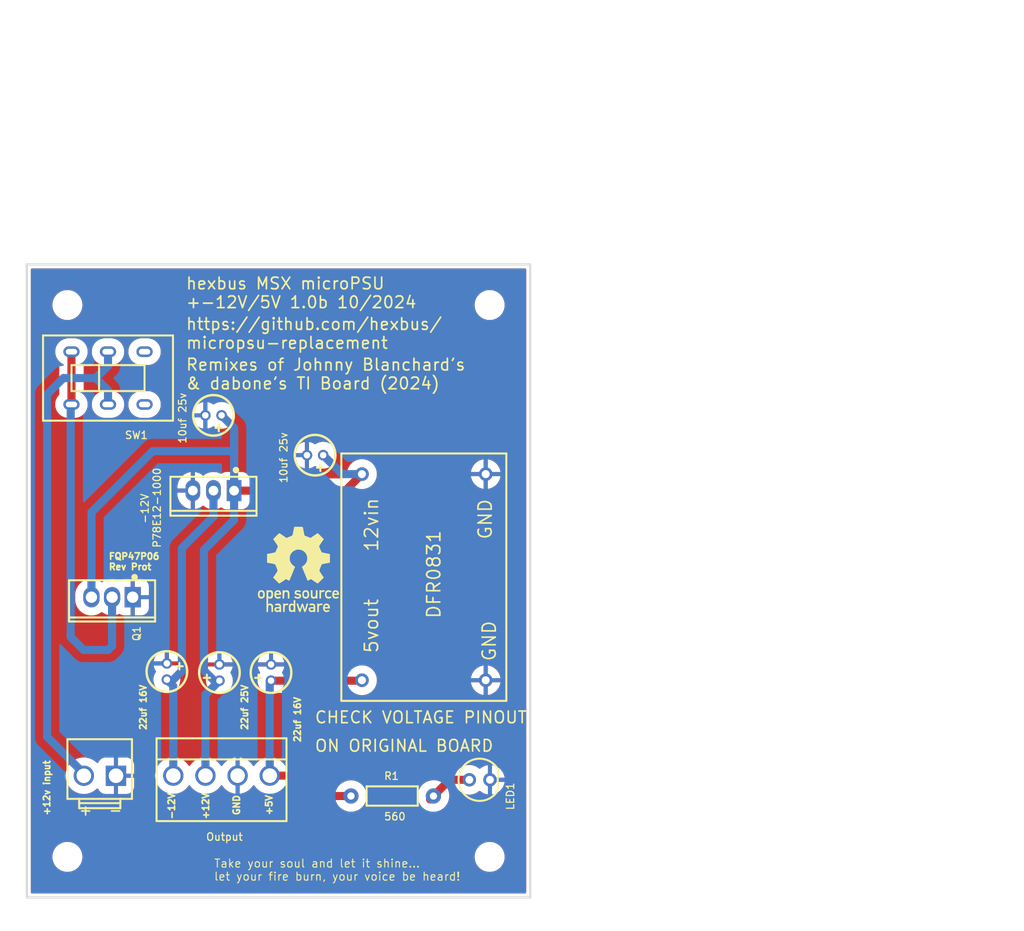
<source format=kicad_pcb>
(kicad_pcb (version 20240108) (generator "pcbnew") (generator_version "8.0")
  (layers (0 "F.Cu" signal "TopLayer") (31 "B.Cu" signal "BottomLayer") (34 "B.Paste" user "BottomPasteMaskLayer") (35 "F.Paste" user "TopPasteMaskLayer") (36 "B.SilkS" user "BottomSilkLayer") (37 "F.SilkS" user "TopSilkLayer") (38 "B.Mask" user "BottomSolderMaskLayer") (39 "F.Mask" user "TopSolderMaskLayer") (44 "Edge.Cuts" user "BoardOutline"))
  (net 0 "")
  (net 1 "+5V")
  (net 2 "+12V")
  (net 3 "GND")
  (net 4 "LED1_1")
  (net 5 "-12V")
  (footprint "CAP-D5.0×F2.0" (layer "F.Cu") (at 113.7247 125.28765 90)
    (property "Reference" "+12OUTPUT" (hide yes))
    (property "Value" "10uf 25v" (hide yes))
  )
  (footprint "CONN-TH-2P-P3.96_B2P-VH-BL-LF-SN" (layer "F.Cu") (at 99 138 180)
    (property "Reference" "U1" (hide yes))
    (property "Value" "B2P-VH-BL(LF)(SN)" (hide yes))
  )
  (footprint "CAP-D5.0×F2.0" (layer "F.Cu") (at 125.5 98.5 180)
    (property "Reference" "+5INPUT" (hide yes))
    (property "Value" "10uf 25v")
  )
  (footprint "" (layer "F.Cu") (at 147 148)
    (property "Reference" "")
    (property "Value" "")
  )
  (footprint "" (layer "F.Cu") (at 95 148)
    (property "Reference" "")
    (property "Value" "")
  )
  (footprint "CAP-D5.0×F2.0" (layer "F.Cu") (at 107.2477 125.16065 -90)
    (property "Reference" "-5OUTPUT" (hide yes))
    (property "Value" "22uf 16v" (hide yes))
  )
  (footprint "MountingHole:MountingHole_3.2mm_M3" (layer "F.Cu") (at 95.5 80)
    (property "Reference" "REF**" (hide yes))
    (property "Value" "MountingHole_3.2mm_M3" (hide yes))
  )
  (footprint "L_AXIAL-0.4" (layer "F.Cu") (at 135 140.5)
    (property "Reference" "R1")
    (property "Value" "560")
  )
  (footprint "TO-220-3_L10.0-W4.5-P2.54-L" (layer "F.Cu") (at 112.9871 102.8649 180)
    (property "Reference" "P78E12-1000")
    (property "Value" "VXO7805-1000" (hide yes))
  )
  (footprint "CAP-D5.0×F2.0" (layer "F.Cu") (at 112.987 93.594 180)
    (property "Reference" "-5INPUT" (hide yes))
    (property "Value" "10uf 25v")
  )
  (footprint "LED-5MM/2.54" (layer "F.Cu") (at 145.77 138.5 90)
    (property "Reference" "LED1")
    (property "Value" "LED-5MM" (hide yes))
  )
  (footprint "DIP-1X4P-3.96MM-SK" (layer "F.Cu") (at 113.98 137.98765)
    (property "Reference" "Output")
    (property "Value" "Header-Male-2.54_1x4" (hide yes))
  )
  (footprint "" (layer "F.Cu") (at 147 80)
    (property "Reference" "")
    (property "Value" "")
  )
  (footprint "SW-TH_G-SWITC_SS-22G88-G090" (layer "F.Cu") (at 100 89 180)
    (property "Reference" "SW1")
    (property "Value" "SS-22G88-G090" (hide yes))
  )
  (footprint "DFR0831FOOT" (layer "F.Cu") (at 138.895 113.533 -90)
    (property "Reference" "U3" (hide yes))
    (property "Value" "dfr0831V2" (hide yes))
  )
  (footprint "TO-220F-3_L10.2-W4.9-P2.54-L" (layer "F.Cu") (at 100.5 116 180)
    (property "Reference" "Q1")
    (property "Value" "FQP47P06" (hide yes))
  )
  (footprint "CAP-D5.0×F2.0" (layer "F.Cu") (at 120.0747 125.28765 90)
    (property "Reference" "+5OUTPUT" (hide yes))
    (property "Value" "22uf 16v" (hide yes))
  )
  (gr_poly (pts (xy 126.97989 116.78508) (xy 127.040269 116.799259) (xy 127.095285 116.821308) (xy 127.142657 116.85115) (xy 127.183301 116.888055) (xy 127.219903 116.931312) (xy 127.252038 116.979969) (xy 127.279282 117.033075) (xy 127.301209 117.089677) (xy 127.317397 117.148825) (xy 127.327421 117.209566) (xy 127.330857 117.27095) (xy 127.330857 117.39145) (xy 127.006657 117.39145) (xy 126.916498 117.391931) (xy 126.843992 117.393557) (xy 126.787403 117.396602) (xy 126.728565 117.404424) (xy 126.682457 117.44265) (xy 126.695407 117.49465) (xy 126.730447 117.541254) (xy 126.781861 117.580365) (xy 126.843932 117.609887) (xy 126.910943 117.627723) (xy 126.977178 117.631776) (xy 127.036922 117.61995) (xy 127.084457 117.59015) (xy 127.107972 117.573004) (xy 127.158746 117.572772) (xy 127.211557 117.59625) (xy 127.246673 117.617608) (xy 127.28188 117.658622) (xy 127.258597 117.712029) (xy 127.207797 117.748315) (xy 127.158257 117.77535) (xy 127.092622 117.804248) (xy 127.027978 117.824092) (xy 126.964773 117.835183) (xy 126.903455 117.83782) (xy 126.84447 117.832304) (xy 126.788267 117.818934) (xy 126.735292 117.798012) (xy 126.685994 117.769837) (xy 126.64082 117.734709) (xy 126.600216 117.692929) (xy 126.564632 117.644796) (xy 126.534514 117.59061) (xy 126.51031 117.530673) (xy 126.492468 117.465284) (xy 126.481434 117.394742) (xy 126.477657 117.31935) (xy 126.480979 117.235363) (xy 126.490011 117.16375) (xy 126.682457 117.16375) (xy 126.711059 117.206451) (xy 126.764276 117.217053) (xy 126.828586 117.22032) (xy 126.885157 117.22085) (xy 126.926228 117.220287) (xy 126.98365 117.217513) (xy 127.047666 117.210806) (xy 127.104957 117.19335) (xy 127.107513 117.186099) (xy 127.100748 117.133634) (xy 127.080557 117.08235) (xy 127.039649 117.030287) (xy 126.98338 116.998628) (xy 126.918165 116.98606) (xy 126.850419 116.991275) (xy 126.786559 117.012961) (xy 126.733002 117.049809) (xy 126.696162 117.100508) (xy 126.682457 117.16375) (xy 126.490011 117.16375) (xy 126.490833 117.157234) (xy 126.507045 117.085381) (xy 126.529444 117.020225) (xy 126.557857 116.962183) (xy 126.592111 116.911678) (xy 126.632035 116.869126) (xy 126.677457 116.83495) (xy 126.730406 116.808616) (xy 126.789407 116.79054) (xy 126.852176 116.780644) (xy 126.916432 116.77885)) (fill solid) (layer "F.SilkS"))
  (gr_poly (pts (xy 119.674698 115.145003) (xy 119.719957 115.17425) (xy 119.735894 115.19255) (xy 119.785957 115.17425) (xy 119.851366 115.151585) (xy 119.904492 115.143239) (xy 119.961627 115.140174) (xy 120.019679 115.142279) (xy 120.075558 115.149442) (xy 120.126171 115.161552) (xy 120.185457 115.18875) (xy 120.225637 115.222673) (xy 120.258972 115.263859) (xy 120.285712 115.313234) (xy 120.306107 115.371725) (xy 120.320408 115.440255) (xy 120.328866 115.519753) (xy 120.331732 115.611142) (xy 120.331146 115.661586) (xy 120.329257 115.71535) (xy 120.325092 115.793461) (xy 120.319939 115.857598) (xy 120.3091 115.932448) (xy 120.2928 115.988321) (xy 120.2691 116.032695) (xy 120.236057 116.07305) (xy 120.194683 116.111638) (xy 120.150883 116.141967) (xy 120.10476 116.164015) (xy 120.056419 116.177762) (xy 120.005964 116.183189) (xy 119.953499 116.180276) (xy 119.899128 116.169003) (xy 119.842957 116.14935) (xy 119.719957 116.09805) (xy 119.719957 116.49405) (xy 119.719997 116.56133) (xy 119.720173 116.620405) (xy 119.721255 116.715707) (xy 119.723854 116.783496) (xy 119.732018 116.841336) (xy 119.782357 116.83365) (xy 119.816842 116.81149) (xy 119.864069 116.79355) (xy 119.918214 116.781534) (xy 119.973457 116.77715) (xy 120.009305 116.778408) (xy 120.071476 116.789943) (xy 120.127806 116.816769) (xy 120.171173 116.84928) (xy 120.219357 116.89425) (xy 120.336557 117.01145) (xy 120.326857 117.41475) (xy 120.317257 117.81805) (xy 120.226457 117.82855) (xy 120.135657 117.83905) (xy 120.124057 117.45885) (xy 120.122164 117.400279) (xy 120.120193 117.347693) (xy 120.115739 117.258976) (xy 120.110154 117.189706) (xy 120.098466 117.115712) (xy 120.08118 117.068629) (xy 120.046257 117.03025) (xy 120.014957 117.011517) (xy 119.96026 116.990428) (xy 119.909657 116.98245) (xy 119.882509 116.983242) (xy 119.817986 116.996362) (xy 119.774742 117.035343) (xy 119.75513 117.081885) (xy 119.741069 117.149203) (xy 119.730999 117.241007) (xy 119.726972 117.297253) (xy 119.723356 117.361012) (xy 119.719957 117.43275) (xy 119.702957 117.81805) (xy 119.609057 117.82885) (xy 119.515157 117.83965) (xy 119.515157 116.48935) (xy 119.515157 115.626282) (xy 119.72109 115.626282) (xy 119.722642 115.703126) (xy 119.729011 115.77615) (xy 119.740082 115.839648) (xy 119.765257 115.90455) (xy 119.777005 115.918174) (xy 119.823914 115.948573) (xy 119.882578 115.963146) (xy 119.945613 115.961748) (xy 120.005634 115.944231) (xy 120.055257 115.91045) (xy 120.067798 115.893911) (xy 120.088316 115.843954) (xy 120.102643 115.776986) (xy 120.11065 115.699607) (xy 120.11221 115.618413) (xy 120.107196 115.540002) (xy 120.095479 115.470973) (xy 120.065057 115.39945) (xy 120.051174 115.385515) (xy 119.995036 115.355706) (xy 119.926004 115.343594) (xy 119.85545 115.348801) (xy 119.794744 115.370946) (xy 119.755257 115.40965) (xy 119.74649 115.429907) (xy 119.732899 115.483966) (xy 119.724471 115.551327) (xy 119.72109 115.626282) (xy 119.515157 115.626282) (xy 119.515157 115.13895) (xy 119.617557 115.13895)) (fill solid) (layer "F.SilkS"))
  (gr_poly (pts (xy 123.112057 115.18645) (xy 123.072198 115.220715) (xy 123.038642 115.260659) (xy 123.011835 115.30493) (xy 122.992219 115.352175) (xy 122.980239 115.401041) (xy 122.977558 115.474424) (xy 122.994557 115.54385) (xy 123.028739 115.606102) (xy 123.076149 115.655181) (xy 123.14031 115.692971) (xy 123.19413 115.712825) (xy 123.258005 115.72906) (xy 123.33298 115.742235) (xy 123.374957 115.74785) (xy 123.445846 115.758105) (xy 123.497919 115.769901) (xy 123.550458 115.796371) (xy 123.571357 115.83635) (xy 123.57062 115.887671) (xy 123.531258 115.945764) (xy 123.484181 115.970859) (xy 123.424174 115.984217) (xy 123.354439 115.985125) (xy 123.278178 115.97287) (xy 123.198594 115.94674) (xy 123.158557 115.92825) (xy 123.100749 115.899578) (xy 123.050983 115.882186) (xy 123.001242 115.901301) (xy 122.972457 115.93145) (xy 122.939889 115.97062) (xy 122.947805 116.025485) (xy 122.991457 116.06325) (xy 123.070205 116.114569) (xy 123.159666 116.151853) (xy 123.255779 116.175022) (xy 123.354482 116.184) (xy 123.451712 116.178708) (xy 123.54341 116.159071) (xy 123.625512 116.125011) (xy 123.693957 116.07645) (xy 123.73676 116.023127) (xy 123.766424 115.957161) (xy 123.778507 115.908375) (xy 123.784158 115.857291) (xy 123.783141 115.80524) (xy 123.775219 115.75355) (xy 123.760157 115.70355) (xy 123.729339 115.658749) (xy 123.676124 115.618396) (xy 123.631019 115.595212) (xy 123.580181 115.575877) (xy 123.525299 115.561139) (xy 123.468061 115.551747) (xy 123.410157 115.54845) (xy 123.350178 115.544328) (xy 123.295657 115.53265) (xy 123.240347 115.508997) (xy 123.216557 115.49075) (xy 123.182342 115.450634) (xy 123.202018 115.399125) (xy 123.234957 115.37125) (xy 123.282758 115.336978) (xy 123.341781 115.314521) (xy 123.408386 115.318011) (xy 123.471826 115.337257) (xy 123.523857 115.35785) (xy 123.57472 115.377848) (xy 123.630844 115.38825) (xy 123.680631 115.359829) (xy 123.699657 115.33975) (xy 123.736108 115.29426) (xy 123.726865 115.241906) (xy 123.702257 115.21575) (xy 123.657726 115.188282) (xy 123.589872 115.166875) (xy 123.50618 115.151899) (xy 123.414132 115.143725) (xy 123.321212 115.142722) (xy 123.234903 115.149262) (xy 123.16269 115.163714)) (fill solid) (layer "F.SilkS"))
  (gr_poly (pts (xy 122.882457 107.57065) (xy 122.871231 107.62593) (xy 122.858616 107.688273) (xy 122.84504 107.755545) (xy 122.830932 107.825612) (xy 122.81672 107.89634) (xy 122.802835 107.965595) (xy 122.789704 108.031243) (xy 122.777757 108.09115) (xy 122.76552 108.148021) (xy 122.752164 108.202023) (xy 122.73807 108.252047) (xy 122.716378 108.317204) (xy 122.695167 108.367182) (xy 122.669857 108.40375) (xy 122.623878 108.429112) (xy 122.562676 108.457881) (xy 122.512021 108.480428) (xy 122.455269 108.504875) (xy 122.39395 108.530544) (xy 122.329595 108.556754) (xy 122.296757 108.56985) (xy 121.977257 108.69625) (xy 121.550657 108.40225) (xy 121.50704 108.372283) (xy 121.464357 108.343158) (xy 121.422841 108.315026) (xy 121.344243 108.262342) (xy 121.273113 108.215435) (xy 121.211316 108.17551) (xy 121.160717 108.143772) (xy 121.109897 108.11415) (xy 121.095457 108.10815) (xy 121.037602 108.1526) (xy 120.993604 108.192201) (xy 120.940112 108.242013) (xy 120.878742 108.300532) (xy 120.81111 108.366254) (xy 120.775451 108.401346) (xy 120.738833 108.437673) (xy 120.701457 108.47505) (xy 120.335957 108.84195) (xy 120.625257 109.26605) (xy 120.654724 109.309463) (xy 120.683366 109.352058) (xy 120.73758 109.433842) (xy 120.78671 109.509501) (xy 120.829569 109.577137) (xy 120.86497 109.634849) (xy 120.891727 109.680739) (xy 120.914557 109.72945) (xy 120.889597 109.809755) (xy 120.851209 109.907908) (xy 120.827645 109.965378) (xy 120.802126 110.026225) (xy 120.775369 110.088787) (xy 120.748093 110.151399) (xy 120.721016 110.212398) (xy 120.694857 110.27012) (xy 120.670333 110.322901) (xy 120.648163 110.369078) (xy 120.613756 110.434966) (xy 120.602957 110.45135) (xy 120.551311 110.473973) (xy 120.500119 110.489236) (xy 120.434894 110.506412) (xy 120.357795 110.524962) (xy 120.270983 110.544345) (xy 120.176617 110.564021) (xy 120.127276 110.5738) (xy 120.076857 110.58345) (xy 119.583457 110.67615) (xy 119.583457 111.21245) (xy 119.583457 111.74875) (xy 120.018657 111.82765) (xy 120.107504 111.844064) (xy 120.193188 111.860396) (xy 120.273631 111.876218) (xy 120.346757 111.8911) (xy 120.410489 111.904612) (xy 120.46275 111.916328) (xy 120.515094 111.929592) (xy 120.524557 111.93265) (xy 120.564889 111.964828) (xy 120.599667 112.014782) (xy 120.625563 112.06136) (xy 120.653975 112.119168) (xy 120.685199 112.188729) (xy 120.719532 112.270565) (xy 120.737957 112.31625) (xy 120.766556 112.389293) (xy 120.793239 112.45969) (xy 120.817422 112.525742) (xy 120.838519 112.58575) (xy 120.855946 112.638013) (xy 120.873925 112.698172) (xy 120.880357 112.73135) (xy 120.858753 112.784943) (xy 120.833433 112.831418) (xy 120.799932 112.888525) (xy 120.75937 112.954396) (xy 120.712872 113.027168) (xy 120.66156 113.104975) (xy 120.606557 113.18595) (xy 120.332657 113.58325) (xy 120.699857 113.95155) (xy 120.737378 113.989056) (xy 120.774097 114.02551) (xy 120.809812 114.060725) (xy 120.877431 114.126678) (xy 120.938629 114.185405) (xy 120.991803 114.235396) (xy 121.035348 114.275138) (xy 121.079102 114.312234) (xy 121.091557 114.31975) (xy 121.151437 114.286848) (xy 121.198297 114.257535) (xy 121.255647 114.220663) (xy 121.321753 114.177344) (xy 121.394883 114.128692) (xy 121.473304 114.07582) (xy 121.513957 114.04815) (xy 121.911757 113.77655) (xy 122.116257 113.87975) (xy 122.177386 113.909846) (xy 122.232225 113.935484) (xy 122.290412 113.9605) (xy 122.331357 113.97215) (xy 122.352915 113.926466) (xy 122.384478 113.852971) (xy 122.405188 113.803864) (xy 122.429081 113.746762) (xy 122.456082 113.68185) (xy 122.486112 113.609311) (xy 122.519097 113.529329) (xy 122.554959 113.442089) (xy 122.593622 113.347775) (xy 122.63501 113.246569) (xy 122.679046 113.138657) (xy 122.725654 113.024223) (xy 122.774757 112.90345) (xy 122.798659 112.844813) (xy 122.824096 112.782806) (xy 122.850284 112.719308) (xy 122.876444 112.6562) (xy 122.901793 112.59536) (xy 122.925549 112.538668) (xy 122.946931 112.488005) (xy 122.965157 112.44525) (xy 123.044657 112.26005) (xy 122.945957 112.18925) (xy 122.876244 112.137151) (xy 122.811304 112.08435) (xy 122.7511 112.030782) (xy 122.695594 111.976382) (xy 122.644747 111.921085) (xy 122.598521 111.864826) (xy 122.556879 111.80754) (xy 122.519782 111.749162) (xy 122.487191 111.689628) (xy 122.45907 111.628872) (xy 122.435379 111.566829) (xy 122.416082 111.503435) (xy 122.401138 111.438626) (xy 122.390512 111.372334) (xy 122.384164 111.304497) (xy 122.382057 111.23505) (xy 122.384564 111.153215) (xy 122.39205 111.073672) (xy 122.404458 110.996512) (xy 122.421732 110.921825) (xy 122.443814 110.849701) (xy 122.47065 110.780233) (xy 122.502183 110.713511) (xy 122.538357 110.649625) (xy 122.579114 110.588666) (xy 122.6244 110.530725) (xy 122.674158 110.475894) (xy 122.728332 110.424262) (xy 122.786864 110.375921) (xy 122.8497 110.330961) (xy 122.916783 110.289474) (xy 122.988057 110.25155) (xy 123.055425 110.21935) (xy 123.114372 110.193757) (xy 123.167849 110.174063) (xy 123.218807 110.159562) (xy 123.270195 110.149547) (xy 123.324966 110.14331) (xy 123.386069 110.140147) (xy 123.456457 110.13935) (xy 123.535725 110.142155) (xy 123.613331 110.150199) (xy 123.689103 110.163376) (xy 123.762871 110.181578) (xy 123.834464 110.204698) (xy 123.903713 110.23263) (xy 123.970446 110.265266) (xy 124.034494 110.3025) (xy 124.095686 110.344224) (xy 124.153852 110.390332) (xy 124.208821 110.440717) (xy 124.260424 110.495271) (xy 124.308489 110.553889) (xy 124.352846 110.616462) (xy 124.393326 110.682885) (xy 124.429757 110.75305) (xy 124.458709 110.815924) (xy 124.481842 110.87206) (xy 124.499761 110.92422) (xy 124.513069 110.975162) (xy 124.522369 111.027646) (xy 124.528264 111.084432) (xy 124.531359 111.14828) (xy 124.532257 111.22195) (xy 124.530286 111.294909) (xy 124.524313 111.365467) (xy 124.514248 111.433779) (xy 124.5 111.5) (xy 124.48148 111.564284) (xy 124.458597 111.626788) (xy 124.431261 111.687666) (xy 124.399382 111.747075) (xy 124.362868 111.805168) (xy 124.321632 111.862102) (xy 124.275581 111.918031) (xy 124.224625 111.973112) (xy 124.168675 112.027499) (xy 124.107641 112.081347) (xy 124.041431 112.134812) (xy 123.969957 112.18805) (xy 123.872857 112.25765) (xy 124.121857 112.85355) (xy 124.147745 112.91559) (xy 124.173952 112.978494) (xy 124.200298 113.041826) (xy 124.226603 113.10515) (xy 124.252687 113.168028) (xy 124.278369 113.230024) (xy 124.303469 113.290702) (xy 124.327807 113.349625) (xy 124.351202 113.406356) (xy 124.373476 113.46046) (xy 124.394446 113.511499) (xy 124.413935 113.559037) (xy 124.447742 113.641864) (xy 124.473457 113.70545) (xy 124.494272 113.757092) (xy 124.514038 113.805692) (xy 124.540713 113.870493) (xy 124.562441 113.922296) (xy 124.583452 113.969729) (xy 124.584857 113.97215) (xy 124.637261 113.955373) (xy 124.699769 113.927513) (xy 124.756821 113.900245) (xy 124.798057 113.87975) (xy 125.002557 113.77655) (xy 125.400357 114.04815) (xy 125.480773 114.102714) (xy 125.556766 114.153615) (xy 125.626605 114.19974) (xy 125.688557 114.239975) (xy 125.74089 114.273206) (xy 125.797566 114.307487) (xy 125.822857 114.31975) (xy 125.878969 114.275188) (xy 125.922471 114.235485) (xy 125.975598 114.185542) (xy 126.036744 114.126864) (xy 126.104303 114.06096) (xy 126.139987 114.025769) (xy 126.176671 113.989336) (xy 126.214157 113.95185) (xy 126.580957 113.58395) (xy 126.307457 113.17925) (xy 126.252555 113.096825) (xy 126.201396 113.017757) (xy 126.155095 112.943933) (xy 126.114769 112.877237) (xy 126.081536 112.819555) (xy 126.056511 112.772773) (xy 126.035557 112.71945) (xy 126.047636 112.669848) (xy 126.069824 112.602466) (xy 126.089739 112.546352) (xy 126.113053 112.483263) (xy 126.139163 112.414894) (xy 126.167468 112.34294) (xy 126.182257 112.30615) (xy 126.327457 111.94775) (xy 126.496357 111.90865) (xy 126.561518 111.894339) (xy 126.617091 111.882761) (xy 126.67997 111.870031) (xy 126.748097 111.856558) (xy 126.819414 111.84275) (xy 126.891862 111.829016) (xy 126.963385 111.815766) (xy 126.998157 111.80945) (xy 127.330857 111.74935) (xy 127.330857 111.21275) (xy 127.330857 110.67615) (xy 126.837457 110.58345) (xy 126.787046 110.5738) (xy 126.737732 110.564021) (xy 126.643469 110.544345) (xy 126.556818 110.524962) (xy 126.479932 110.506412) (xy 126.41496 110.489236) (xy 126.364057 110.473973) (xy 126.313057 110.45135) (xy 126.287339 110.406508) (xy 126.246105 110.321631) (xy 126.221494 110.268396) (xy 126.195193 110.210213) (xy 126.167933 110.148768) (xy 126.140444 110.08575) (xy 126.113455 110.022843) (xy 126.087696 109.961736) (xy 126.063898 109.904116) (xy 126.042789 109.851668) (xy 126.011563 109.769041) (xy 125.999857 109.72735) (xy 126.022791 109.67995) (xy 126.049669 109.634664) (xy 126.085232 109.5775) (xy 126.128284 109.510342) (xy 126.177635 109.435075) (xy 126.23209 109.353582) (xy 126.260859 109.311091) (xy 126.290457 109.26775) (xy 126.581157 108.84425) (xy 126.214257 108.47625) (xy 126.176745 108.438745) (xy 126.140022 108.402293) (xy 126.104286 108.367083) (xy 126.036583 108.301144) (xy 125.975247 108.242434) (xy 125.921886 108.192463) (xy 125.878109 108.152738) (xy 125.833934 108.115661) (xy 125.821157 108.10815) (xy 125.756737 108.14374) (xy 125.706265 108.175444) (xy 125.644477 108.215322) (xy 125.57324 108.262167) (xy 125.49442 108.314774) (xy 125.45275 108.342861) (xy 125.409884 108.371937) (xy 125.366057 108.40185) (xy 124.937257 108.69555) (xy 124.572657 108.54675) (xy 124.208057 108.39795) (xy 124.165857 108.22745) (xy 124.150932 108.163016) (xy 124.139362 108.109133) (xy 124.126948 108.048792) (xy 124.114073 107.983952) (xy 124.101124 107.91657) (xy 124.088487 107.848606) (xy 124.076545 107.782017) (xy 124.070957 107.74985) (xy 124.060027 107.686908) (xy 124.049105 107.625837) (xy 124.038481 107.568141) (xy 124.028444 107.515325) (xy 124.015123 107.448541) (xy 124.002117 107.390619) (xy 123.999957 107.38295) (xy 123.961357 107.345396) (xy 123.898507 107.333037) (xy 123.830962 107.328033) (xy 123.737803 107.325054) (xy 123.680252 107.324174) (xy 123.614658 107.32362) (xy 123.540475 107.323332) (xy 123.457157 107.32325) (xy 122.932857 107.32325)) (fill solid) (layer "F.SilkS"))
  (gr_poly (pts (xy 118.953625 115.140925) (xy 119.046001 115.156516) (xy 119.123654 115.188459) (xy 119.187095 115.23743) (xy 119.236831 115.304105) (xy 119.273375 115.38916) (xy 119.286858 115.438792) (xy 119.297234 115.493272) (xy 119.304567 115.552685) (xy 119.30892 115.617116) (xy 119.310357 115.68665) (xy 119.310263 115.727537) (xy 119.309095 115.796188) (xy 119.30569 115.850266) (xy 119.293944 115.911737) (xy 119.270881 115.960161) (xy 119.232732 116.007385) (xy 119.197057 116.04405) (xy 119.143357 116.091714) (xy 119.087388 116.129735) (xy 119.02946 116.158042) (xy 118.969882 116.176562) (xy 118.908963 116.185224) (xy 118.847013 116.183957) (xy 118.784341 116.17269) (xy 118.721257 116.15135) (xy 118.665678 116.124093) (xy 118.617882 116.091698) (xy 118.577397 116.053413) (xy 118.543757 116.008487) (xy 118.516491 115.956169) (xy 118.495132 115.895707) (xy 118.47921 115.826351) (xy 118.468257 115.74735) (xy 118.466416 115.717789) (xy 118.665411 115.717789) (xy 118.671344 115.785212) (xy 118.689033 115.838404) (xy 118.720157 115.88585) (xy 118.735638 115.903022) (xy 118.789663 115.942045) (xy 118.851513 115.96211) (xy 118.916633 115.962936) (xy 118.980466 115.944243) (xy 119.038457 115.90575) (xy 119.06669 115.867484) (xy 119.087627 115.813356) (xy 119.101131 115.748081) (xy 119.107069 115.676375) (xy 119.105305 115.602953) (xy 119.095705 115.532531) (xy 119.078134 115.469825) (xy 119.052457 115.41955) (xy 119.039097 115.403452) (xy 118.984563 115.366279) (xy 118.91617 115.346334) (xy 118.84398 115.344326) (xy 118.778055 115.360962) (xy 118.728457 115.39695) (xy 118.723879 115.403297) (xy 118.701277 115.457086) (xy 118.685345 115.51949) (xy 118.675918 115.572628) (xy 118.669557 115.62765) (xy 118.667667 115.652778) (xy 118.665411 115.717789) (xy 118.466416 115.717789) (xy 118.462341 115.652333) (xy 118.464567 115.563893) (xy 118.474741 115.482644) (xy 118.492669 115.4092) (xy 118.518158 115.344174) (xy 118.551014 115.288181) (xy 118.591045 115.241835) (xy 118.638057 115.20575) (xy 118.693913 115.178425) (xy 118.742591 115.162) (xy 118.794818 115.149625) (xy 118.848554 115.141806) (xy 118.901757 115.13905)) (fill solid) (layer "F.SilkS"))
  (gr_poly (pts (xy 125.150878 116.777303) (xy 125.20597 116.778818) (xy 125.270533 116.785518) (xy 125.334916 116.806676) (xy 125.376961 116.835008) (xy 125.422257 116.87685) (xy 125.45517 116.910613) (xy 125.489582 116.957337) (xy 125.509544 117.017912) (xy 125.516767 117.076302) (xy 125.520483 117.156314) (xy 125.52139 117.206361) (xy 125.521857 117.264134) (xy 125.522031 117.330406) (xy 125.522057 117.40595) (xy 125.522057 117.83515) (xy 125.419657 117.83515) (xy 125.362471 117.829591) (xy 125.317257 117.80275) (xy 125.315346 117.796458) (xy 125.264833 117.792319) (xy 125.212657 117.80695) (xy 125.118141 117.829379) (xy 125.026308 117.831737) (xy 124.940215 117.815739) (xy 124.862919 117.7831) (xy 124.797478 117.735535) (xy 124.746949 117.674762) (xy 124.714389 117.602495) (xy 124.703444 117.524628) (xy 124.892833 117.524628) (xy 124.918694 117.58095) (xy 124.965297 117.610346) (xy 125.03352 117.627036) (xy 125.090257 117.63035) (xy 125.119684 117.629815) (xy 125.17177 117.625427) (xy 125.233756 117.609999) (xy 125.277608 117.583072) (xy 125.310284 117.527567) (xy 125.317257 117.46995) (xy 125.303546 117.413339) (xy 125.250139 117.395094) (xy 125.188096 117.391857) (xy 125.130757 117.39145) (xy 125.05929 117.39304) (xy 125.004862 117.39831) (xy 124.95412 117.412353) (xy 124.911757 117.45205) (xy 124.902629 117.47152) (xy 124.892833 117.524628) (xy 124.703444 117.524628) (xy 124.702857 117.52045) (xy 124.70419 117.481835) (xy 124.715097 117.413372) (xy 124.737535 117.35618) (xy 124.772153 117.309762) (xy 124.819599 117.273619) (xy 124.880522 117.247254) (xy 124.955573 117.230168) (xy 125.045399 117.221864) (xy 125.096057 117.22085) (xy 125.321557 117.22085) (xy 125.310857 117.10985) (xy 125.300157 116.99895) (xy 125.071557 116.99895) (xy 124.976352 116.996409) (xy 124.899625 116.988848) (xy 124.841508 116.976353) (xy 124.781627 116.936913) (xy 124.797758 116.878794) (xy 124.834657 116.84295) (xy 124.883042 116.812165) (xy 124.942669 116.791825) (xy 124.998257 116.782622) (xy 125.065879 116.777983) (xy 125.118857 116.77715)) (fill solid) (layer "F.SilkS"))
  (gr_poly (pts (xy 124.975957 115.55795) (xy 124.976294 115.643071) (xy 124.977464 115.719098) (xy 124.979701 115.786635) (xy 124.983238 115.846284) (xy 124.98831 115.898647) (xy 125.003998 115.983927) (xy 125.028638 116.047297) (xy 125.064107 116.093577) (xy 125.112279 116.127589) (xy 125.175029 116.154153) (xy 125.212457 116.16615) (xy 125.267754 116.180822) (xy 125.327273 116.188037) (xy 125.381146 116.180383) (xy 125.440931 116.157035) (xy 125.458157 116.14865) (xy 125.506883 116.127207) (xy 125.559837 116.114904) (xy 125.584157 116.12725) (xy 125.62957 116.154641) (xy 125.685264 116.162566) (xy 125.695457 116.16275) (xy 125.795057 116.16275) (xy 125.795057 115.65085) (xy 125.795057 115.13895) (xy 125.692657 115.13895) (xy 125.590257 115.13895) (xy 125.590257 115.47645) (xy 125.589676 115.544675) (xy 125.587863 115.606782) (xy 125.584716 115.66301) (xy 125.58013 115.713593) (xy 125.566225 115.798776) (xy 125.545319 115.864225) (xy 125.51658 115.911832) (xy 125.456967 115.953935) (xy 125.405011 115.965227) (xy 125.375057 115.96655) (xy 125.317153 115.963566) (xy 125.25351 115.942349) (xy 125.213182 115.890375) (xy 125.196724 115.832712) (xy 125.186844 115.75249) (xy 125.182026 115.646155) (xy 125.181042 115.582083) (xy 125.180757 115.51015) (xy 125.180757 115.13895) (xy 125.078357 115.13895) (xy 124.975957 115.13895)) (fill solid) (layer "F.SilkS"))
  (gr_poly (pts (xy 120.97179 115.139897) (xy 121.037772 115.149021) (xy 121.09699 115.166391) (xy 121.146057 115.19215) (xy 121.18477 115.224031) (xy 121.219516 115.262292) (xy 121.249926 115.306128) (xy 121.275632 115.354737) (xy 121.296265 115.407316) (xy 121.31146 115.463064) (xy 121.320846 115.521175) (xy 121.324057 115.58085) (xy 121.324057 115.71905) (xy 121.018957 115.71905) (xy 120.986548 115.719225) (xy 120.924782 115.720587) (xy 120.867972 115.723201) (xy 120.817184 115.726949) (xy 120.754626 115.734445) (xy 120.691757 115.75475) (xy 120.690858 115.809992) (xy 120.717254 115.861364) (xy 120.759738 115.912147) (xy 120.811907 115.954142) (xy 120.867357 115.97915) (xy 120.911742 115.984437) (xy 120.962419 115.980575) (xy 121.015814 115.968125) (xy 121.068357 115.94765) (xy 121.103918 115.931141) (xy 121.154781 115.913149) (xy 121.205916 115.925951) (xy 121.243057 115.96275) (xy 121.276663 116.002951) (xy 121.267638 116.057629) (xy 121.221257 116.09485) (xy 121.159136 116.133681) (xy 121.091002 116.161806) (xy 121.018586 116.179196) (xy 120.943619 116.185825) (xy 120.867832 116.181662) (xy 120.792955 116.166681) (xy 120.72072 116.140853) (xy 120.652857 116.10415) (xy 120.619919 116.074923) (xy 120.584807 116.030687) (xy 120.551719 115.977432) (xy 120.524857 115.92115) (xy 120.506969 115.871302) (xy 120.492835 115.820874) (xy 120.4824 115.770148) (xy 120.47561 115.71941) (xy 120.472751 115.619033) (xy 120.483832 115.522012) (xy 120.497264 115.47209) (xy 120.692088 115.47209) (xy 120.698142 115.527096) (xy 120.754688 115.542384) (xy 120.816111 115.547084) (xy 120.897457 115.54845) (xy 120.941904 115.5479) (xy 121.015886 115.543373) (xy 121.090072 115.527372) (xy 121.117838 115.473276) (xy 121.078432 115.422475) (xy 121.029357 115.38025) (xy 120.969937 115.338686) (xy 120.919678 115.317193) (xy 120.858981 115.32014) (xy 120.812241 115.34634) (xy 120.759357 115.39335) (xy 120.736933 115.416383) (xy 120.692088 115.47209) (xy 120.497264 115.47209) (xy 120.508421 115.430621) (xy 120.546091 115.347132) (xy 120.596412 115.273818) (xy 120.658957 115.21295) (xy 120.707958 115.182992) (xy 120.767128 115.160565) (xy 120.833082 115.145812) (xy 120.902432 115.138875)) (fill solid) (layer "F.SilkS"))
  (gr_poly (pts (xy 123.215757 116.83685) (xy 123.234853 116.896423) (xy 123.251739 116.949183) (xy 123.272607 117.014412) (xy 123.296774 117.089977) (xy 123.32356 117.173745) (xy 123.352281 117.26358) (xy 123.382257 117.35735) (xy 123.406722 117.433676) (xy 123.428596 117.50114) (xy 123.448161 117.560303) (xy 123.465702 117.611725) (xy 123.495845 117.693584) (xy 123.521294 117.7512) (xy 123.555634 117.801969) (xy 123.606179 117.826633) (xy 123.621557 117.82885) (xy 123.676676 117.827983) (xy 123.72159 117.804176) (xy 123.725957 117.79475) (xy 123.747319 117.719372) (xy 123.773274 117.630295) (xy 123.801861 117.533973) (xy 123.816528 117.485112) (xy 123.831119 117.436862) (xy 123.859088 117.345418) (xy 123.883808 117.266098) (xy 123.903318 117.205356) (xy 123.915657 117.16965) (xy 123.941957 117.10135) (xy 123.962057 117.16965) (xy 123.997022 117.288688) (xy 124.027696 117.392704) (xy 124.054511 117.482692) (xy 124.077899 117.559648) (xy 124.098293 117.624565) (xy 124.116127 117.67844) (xy 124.145844 117.757037) (xy 124.170513 117.803399) (xy 124.218556 117.831247) (xy 124.248857 117.82865) (xy 124.299473 117.815906) (xy 124.344133 117.766738) (xy 124.378282 117.695037) (xy 124.398397 117.643306) (xy 124.421308 117.579119) (xy 124.447591 117.501075) (xy 124.477822 117.407773) (xy 124.512578 117.297811) (xy 124.552435 117.169787) (xy 124.597969 117.0223) (xy 124.649757 116.85395) (xy 124.657257 116.79902) (xy 124.603576 116.778264) (xy 124.551657 116.77715) (xy 124.492505 116.780034) (xy 124.44332 116.798312) (xy 124.429857 116.83935) (xy 124.421746 116.899931) (xy 124.408948 116.957615) (xy 124.392054 117.021) (xy 124.382557 117.05265) (xy 124.366591 117.104386) (xy 124.348782 117.163297) (xy 124.330388 117.225166) (xy 124.312666 117.285778) (xy 124.296874 117.340915) (xy 124.292257 117.35735) (xy 124.249357 117.51095) (xy 124.131857 117.14405) (xy 124.113427 117.086832) (xy 124.09668 117.035778) (xy 124.067516 116.950793) (xy 124.042922 116.886368) (xy 124.021457 116.839775) (xy 123.991972 116.79735) (xy 123.938057 116.77715) (xy 123.884506 116.796603) (xy 123.845223 116.857115) (xy 123.823003 116.909254) (xy 123.79724 116.979326) (xy 123.766564 117.069842) (xy 123.748957 117.12355) (xy 123.726647 117.191725) (xy 123.70686 117.25077) (xy 123.689263 117.300653) (xy 123.659306 117.372811) (xy 123.622482 117.411575) (xy 123.587407 117.366237) (xy 123.560564 117.288883) (xy 123.545106 117.235976) (xy 123.527848 117.173542) (xy 123.508457 117.10155) (xy 123.492829 117.043277) (xy 123.479066 116.992434) (xy 123.455828 116.91101) (xy 123.43613 116.853229) (xy 123.4075 116.802022) (xy 123.357325 116.778679) (xy 123.299257 116.77715) (xy 123.249324 116.779742) (xy 123.210691 116.813553)) (fill solid) (layer "F.SilkS"))
  (gr_poly (pts (xy 124.414408 115.140925) (xy 124.506764 115.156516) (xy 124.58441 115.188459) (xy 124.647853 115.23743) (xy 124.697599 115.304105) (xy 124.734155 115.38916) (xy 124.747644 115.438792) (xy 124.758026 115.493272) (xy 124.765363 115.552685) (xy 124.769719 115.617116) (xy 124.771157 115.68665) (xy 124.771062 115.727537) (xy 124.769887 115.796188) (xy 124.76647 115.850266) (xy 124.754707 115.911737) (xy 124.731637 115.960161) (xy 124.693503 116.007385) (xy 124.657857 116.04405) (xy 124.604128 116.091714) (xy 124.548146 116.129735) (xy 124.490216 116.158042) (xy 124.430644 116.176562) (xy 124.369736 116.185224) (xy 124.307799 116.183957) (xy 124.245137 116.17269) (xy 124.182057 116.15135) (xy 124.126446 116.124093) (xy 124.078625 116.091698) (xy 124.038127 116.053413) (xy 124.004482 116.008487) (xy 123.977221 115.956169) (xy 123.955875 115.895707) (xy 123.939977 115.826351) (xy 123.929057 115.74735) (xy 123.923141 115.652333) (xy 123.92336 115.64365) (xy 124.122657 115.64365) (xy 124.124831 115.706237) (xy 124.131424 115.761623) (xy 124.149833 115.83169) (xy 124.178784 115.886813) (xy 124.218639 115.927747) (xy 124.269757 115.95525) (xy 124.289662 115.961304) (xy 124.353166 115.966731) (xy 124.417166 115.955135) (xy 124.474993 115.929191) (xy 124.519979 115.891571) (xy 124.545457 115.84495) (xy 124.551812 115.818153) (xy 124.560875 115.760725) (xy 124.565228 115.700193) (xy 124.565056 115.638968) (xy 124.560545 115.579462) (xy 124.55188 115.524087) (xy 124.539245 115.475255) (xy 124.513257 115.41955) (xy 124.498666 115.401071) (xy 124.455299 115.366668) (xy 124.399744 115.348056) (xy 124.344557 115.34365) (xy 124.317708 115.344824) (xy 124.247532 115.362428) (xy 124.192922 115.401136) (xy 124.153896 115.460925) (xy 124.136544 115.512484) (xy 124.126129 115.573394) (xy 124.122657 115.64365) (xy 123.92336 115.64365) (xy 123.925367 115.563893) (xy 123.935541 115.482644) (xy 123.953469 115.4092) (xy 123.978958 115.344174) (xy 124.011814 115.288181) (xy 124.051845 115.241835) (xy 124.098857 115.20575) (xy 124.154699 115.178425) (xy 124.203359 115.162) (xy 124.255574 115.149625) (xy 124.309317 115.141806) (xy 124.362557 115.13905)) (fill solid) (layer "F.SilkS"))
  (gr_poly (pts (xy 120.963666 116.782569) (xy 121.033583 116.790882) (xy 121.096377 116.805264) (xy 121.148457 116.82575) (xy 121.174126 116.84021) (xy 121.21806 116.873436) (xy 121.252904 116.915156) (xy 121.279597 116.968679) (xy 121.29908 117.037311) (xy 121.312293 117.124358) (xy 121.316841 117.175821) (xy 121.320174 117.233129) (xy 121.322409 117.296694) (xy 121.323664 117.366929) (xy 121.324057 117.44425) (xy 121.324057 117.83515) (xy 121.224557 117.83515) (xy 121.21434 117.834947) (xy 121.158326 117.826199) (xy 121.111957 117.79615) (xy 121.07469 117.775548) (xy 121.026057 117.79615) (xy 120.95777 117.822779) (xy 120.883749 117.834551) (xy 120.807429 117.83245) (xy 120.732244 117.817462) (xy 120.66163 117.790572) (xy 120.599021 117.752767) (xy 120.547851 117.705031) (xy 120.511557 117.64835) (xy 120.492106 117.6009) (xy 120.475912 117.537755) (xy 120.475895 117.523449) (xy 120.681019 117.523449) (xy 120.716398 117.574739) (xy 120.772508 117.603345) (xy 120.8228 117.616496) (xy 120.882657 117.62415) (xy 120.911351 117.625505) (xy 120.986282 117.61996) (xy 121.044506 117.599982) (xy 121.086055 117.565551) (xy 121.110961 117.516647) (xy 121.119257 117.45325) (xy 121.101881 117.410844) (xy 121.046689 117.395309) (xy 120.987942 117.391972) (xy 120.935757 117.39145) (xy 120.912799 117.391649) (xy 120.851328 117.394685) (xy 120.800563 117.401471) (xy 120.74864 117.416562) (xy 120.707357 117.44555) (xy 120.695391 117.46192) (xy 120.681019 117.523449) (xy 120.475895 117.523449) (xy 120.475844 117.480575) (xy 120.492514 117.425229) (xy 120.526534 117.367589) (xy 120.559157 117.32585) (xy 120.587563 117.293402) (xy 120.625924 117.258381) (xy 120.683919 117.232129) (xy 120.744866 117.223573) (xy 120.799084 117.22137) (xy 120.867457 117.22085) (xy 120.947308 117.218485) (xy 121.011928 117.211254) (xy 121.0616 117.198949) (xy 121.108699 117.170523) (xy 121.121825 117.112926) (xy 121.095657 117.05405) (xy 121.085621 117.04253) (xy 121.029857 117.013225) (xy 120.977813 116.998833) (xy 120.919957 116.989275) (xy 120.8615 116.985163) (xy 120.784093 116.990551) (xy 120.734657 117.01165) (xy 120.720234 117.02136) (xy 120.665673 117.01738) (xy 120.619757 116.99285) (xy 120.572435 116.957838) (xy 120.546215 116.900502) (xy 120.580142 116.863019) (xy 120.632957 116.83075) (xy 120.684609 116.809268) (xy 120.747099 116.793673) (xy 120.816832 116.784) (xy 120.890219 116.780287)) (fill solid) (layer "F.SilkS"))
  (gr_poly (pts (xy 126.033957 115.65085) (xy 126.033957 116.16275) (xy 126.136357 116.16275) (xy 126.238757 116.16275) (xy 126.238757 115.78855) (xy 126.238833 115.72727) (xy 126.239119 115.672908) (xy 126.240644 115.583059) (xy 126.243988 115.515255) (xy 126.253849 115.446687) (xy 126.279488 115.397443) (xy 126.310957 115.37575) (xy 126.368043 115.356617) (xy 126.425794 115.349295) (xy 126.481157 115.35145) (xy 126.553112 115.346255) (xy 126.621592 115.316766) (xy 126.675443 115.27301) (xy 126.703513 115.225014) (xy 126.681557 115.17175) (xy 126.628654 115.152334) (xy 126.554152 115.142183) (xy 126.498444 115.140525) (xy 126.442075 115.142925) (xy 126.388621 115.149362) (xy 126.321725 115.166533) (xy 126.304757 115.17425) (xy 126.254694 115.19255) (xy 126.238757 115.17425) (xy 126.193498 115.145003) (xy 126.136357 115.13895) (xy 126.033957 115.13895)) (fill solid) (layer "F.SilkS"))
  (gr_poly (pts (xy 123.064657 117.10135) (xy 123.064657 117.83515) (xy 122.978257 117.83515) (xy 122.960534 117.834179) (xy 122.911894 117.821187) (xy 122.873657 117.78765) (xy 122.856333 117.762011) (xy 122.806438 117.766781) (xy 122.753357 117.79115) (xy 122.702302 117.811307) (xy 122.648892 117.822581) (xy 122.594375 117.825202) (xy 122.539994 117.8194) (xy 122.486996 117.805403) (xy 122.436627 117.783443) (xy 122.390132 117.753749) (xy 122.348757 117.71655) (xy 122.315305 117.675938) (xy 122.292925 117.63099) (xy 122.279441 117.570131) (xy 122.27432 117.515005) (xy 122.271542 117.444236) (xy 122.270461 117.354394) (xy 122.270357 117.30125) (xy 122.270387 117.252987) (xy 122.483141 117.252987) (xy 122.485233 117.344397) (xy 122.493276 117.431725) (xy 122.507077 117.506523) (xy 122.538157 117.57675) (xy 122.552222 117.589341) (xy 122.600183 117.616479) (xy 122.653507 117.627771) (xy 122.707974 117.623354) (xy 122.759364 117.603367) (xy 122.803457 117.56795) (xy 122.816979 117.548813) (xy 122.838746 117.493794) (xy 122.853445 117.422135) (xy 122.861037 117.34066) (xy 122.861485 117.256194) (xy 122.854753 117.175563) (xy 122.840801 117.105591) (xy 122.806257 117.03555) (xy 122.76177 117.005827) (xy 122.704841 116.988333) (xy 122.643277 116.983418) (xy 122.584885 116.991435) (xy 122.525457 117.02285) (xy 122.514492 117.038727) (xy 122.497578 117.091705) (xy 122.487192 117.16594) (xy 122.483141 117.252987) (xy 122.270387 117.252987) (xy 122.270393 117.243239) (xy 122.271143 117.147674) (xy 122.273821 117.075303) (xy 122.279658 117.021236) (xy 122.297022 116.96375) (xy 122.328405 116.919926) (xy 122.377957 116.87325) (xy 122.425741 116.836432) (xy 122.476341 116.808396) (xy 122.528773 116.789244) (xy 122.582057 116.779075) (xy 122.635208 116.77799) (xy 122.687247 116.78609) (xy 122.73719 116.803476) (xy 122.784057 116.83025) (xy 122.859857 116.88335) (xy 122.859857 116.62545) (xy 122.859857 116.36755) (xy 122.962257 116.36755) (xy 123.064657 116.36755)) (fill solid) (layer "F.SilkS"))
  (gr_poly (pts (xy 126.916957 115.19635) (xy 126.867002 115.231898) (xy 126.824897 115.272046) (xy 126.790278 115.317628) (xy 126.762782 115.369475) (xy 126.742044 115.428418) (xy 126.727703 115.49529) (xy 126.719395 115.570923) (xy 126.716757 115.65615) (xy 126.719558 115.736363) (xy 126.727899 115.808704) (xy 126.742022 115.87374) (xy 126.762169 115.932037) (xy 126.788584 115.98416) (xy 126.821508 116.030676) (xy 126.861185 116.07215) (xy 126.907857 116.10915) (xy 126.974543 116.145595) (xy 127.049247 116.169528) (xy 127.128662 116.181202) (xy 127.209482 116.180875) (xy 127.288398 116.1688) (xy 127.362103 116.145234) (xy 127.427292 116.110432) (xy 127.480657 116.06465) (xy 127.513401 116.022469) (xy 127.498516 115.97052) (xy 127.470557 115.94375) (xy 127.425983 115.910595) (xy 127.368997 115.907145) (xy 127.326657 115.92615) (xy 127.280373 115.946296) (xy 127.231992 115.958995) (xy 127.15876 115.964441) (xy 127.089214 115.954061) (xy 127.028399 115.928411) (xy 126.981357 115.88805) (xy 126.953219 115.840641) (xy 126.93356 115.781273) (xy 126.922305 115.714197) (xy 126.919382 115.643662) (xy 126.924718 115.57392) (xy 126.938241 115.50922) (xy 126.959878 115.453813) (xy 126.989557 115.41195) (xy 127.040171 115.376107) (xy 127.103632 115.353615) (xy 127.174433 115.344954) (xy 127.247069 115.350609) (xy 127.316035 115.371061) (xy 127.337257 115.38125) (xy 127.391615 115.399446) (xy 127.439182 115.382543) (xy 127.476557 115.34965) (xy 127.545757 115.28055) (xy 127.429757 115.20985) (xy 127.372457 115.181342) (xy 127.308035 115.160364) (xy 127.23908 115.146981) (xy 127.168182 115.141262) (xy 127.09793 115.143272) (xy 127.030916 115.153079) (xy 126.969728 115.170749)) (fill solid) (layer "F.SilkS"))
  (gr_poly (pts (xy 121.562957 117.30845) (xy 121.562957 117.83965) (xy 121.656857 117.82885) (xy 121.750657 117.81805) (xy 121.767757 117.43275) (xy 121.771342 117.357414) (xy 121.775209 117.290657) (xy 121.779601 117.232013) (xy 121.78476 117.181012) (xy 121.798346 117.100073) (xy 121.817907 117.0441) (xy 121.862689 116.998767) (xy 121.931816 116.988567) (xy 121.994657 116.99505) (xy 122.049566 116.998506) (xy 122.105645 116.985916) (xy 122.156283 116.951529) (xy 122.177057 116.93095) (xy 122.211234 116.89382) (xy 122.230972 116.846404) (xy 122.182757 116.81415) (xy 122.122295 116.790696) (xy 122.055252 116.779702) (xy 121.986247 116.78095) (xy 121.9199 116.794223) (xy 121.860831 116.819303) (xy 121.843557 116.83025) (xy 121.795578 116.861251) (xy 121.767757 116.83025) (xy 121.736035 116.787022) (xy 121.678026 116.777347) (xy 121.665357 116.77715) (xy 121.562957 116.77715)) (fill solid) (layer "F.SilkS"))
  (gr_poly (pts (xy 125.760957 117.30615) (xy 125.760957 117.83515) (xy 125.863257 117.83515) (xy 125.965757 117.83515) (xy 125.965757 117.48435) (xy 125.966268 117.406753) (xy 125.967919 117.337039) (xy 125.970881 117.274858) (xy 125.975328 117.219856) (xy 125.989371 117.129982) (xy 126.011432 117.0646) (xy 126.042895 117.020892) (xy 126.110752 116.98981) (xy 126.171783 116.987965) (xy 126.207557 116.99165) (xy 126.262117 116.997167) (xy 126.314249 116.993732) (xy 126.360374 116.966914) (xy 126.394257 116.92295) (xy 126.420924 116.878282) (xy 126.425546 116.825735) (xy 126.404457 116.80745) (xy 126.350134 116.787005) (xy 126.278268 116.778681) (xy 126.225594 116.77955) (xy 126.172596 116.78533) (xy 126.122264 116.795834) (xy 126.058305 116.820029) (xy 126.041557 116.83025) (xy 125.993534 116.861251) (xy 125.965757 116.83025) (xy 125.934017 116.787022) (xy 125.875943 116.777347) (xy 125.863257 116.77715) (xy 125.760957 116.77715)) (fill solid) (layer "F.SilkS"))
  (gr_poly (pts (xy 128.089506 115.145697) (xy 128.149411 115.155206) (xy 128.205817 115.170761) (xy 128.256757 115.19235) (xy 128.29916 115.220004) (xy 128.337724 115.256535) (xy 128.371888 115.300808) (xy 128.401094 115.351687) (xy 128.424783 115.408036) (xy 128.442396 115.46872) (xy 128.453373 115.532603) (xy 128.457157 115.59855) (xy 128.457157 115.71905) (xy 128.132957 115.71905) (xy 128.069086 115.719431) (xy 127.963249 115.722911) (xy 127.885404 115.73097) (xy 127.817932 115.75415) (xy 127.812332 115.811778) (xy 127.842407 115.854623) (xy 127.892457 115.90835) (xy 127.94248 115.952352) (xy 127.990368 115.978892) (xy 128.041814 115.988734) (xy 128.102508 115.982642) (xy 128.150919 115.970104) (xy 128.207657 115.95105) (xy 128.225171 115.94486) (xy 128.280873 115.929327) (xy 128.33764 115.935462) (xy 128.380757 115.96975) (xy 128.411892 116.00452) (xy 128.400964 116.056923) (xy 128.354757 116.09445) (xy 128.277543 116.139992) (xy 128.190671 116.168859) (xy 128.098213 116.181521) (xy 128.004244 116.17845) (xy 127.91284 116.160116) (xy 127.828074 116.12699) (xy 127.754021 116.079544) (xy 127.694757 116.01825) (xy 127.667188 115.974374) (xy 127.644845 115.924854) (xy 127.627594 115.870672) (xy 127.615303 115.81281) (xy 127.607839 115.752253) (xy 127.605069 115.689983) (xy 127.606861 115.626984) (xy 127.613082 115.564237) (xy 127.621884 115.51275) (xy 127.808757 115.51275) (xy 127.844236 115.533362) (xy 127.902546 115.542744) (xy 127.96122 115.546972) (xy 128.030557 115.54845) (xy 128.073752 115.548127) (xy 128.145008 115.545208) (xy 128.215563 115.533441) (xy 128.242998 115.486573) (xy 128.2098 115.437108) (xy 128.168657 115.39335) (xy 128.131821 115.360807) (xy 128.084212 115.328744) (xy 128.030557 115.30955) (xy 127.987585 115.323546) (xy 127.933747 115.359209) (xy 127.879397 115.407052) (xy 127.834891 115.457585) (xy 127.808757 115.51275) (xy 127.621884 115.51275) (xy 127.623598 115.502727) (xy 127.638278 115.443436) (xy 127.656989 115.387348) (xy 127.679597 115.335445) (xy 127.705971 115.288711) (xy 127.735977 115.248128) (xy 127.806357 115.18935) (xy 127.854244 115.168413) (xy 127.908471 115.153593) (xy 127.967068 115.144877) (xy 128.028069 115.14225)) (fill solid) (layer "F.SilkS"))
  (gr_poly (pts (xy 121.494657 115.65085) (xy 121.494657 116.16275) (xy 121.593257 116.16275) (xy 121.691757 116.16275) (xy 121.705157 115.80095) (xy 121.708141 115.730341) (xy 121.711724 115.667231) (xy 121.716116 115.611215) (xy 121.728172 115.518837) (xy 121.746 115.449956) (xy 121.771289 115.401324) (xy 121.82691 115.359232) (xy 121.878245 115.347004) (xy 121.942957 115.34365) (xy 121.996635 115.348896) (xy 122.058959 115.379571) (xy 122.101932 115.443625) (xy 122.121208 115.50821) (xy 122.133953 115.59264) (xy 122.138135 115.642923) (xy 122.140994 115.698919) (xy 122.142633 115.760877) (xy 122.143157 115.82905) (xy 122.143157 116.16275) (xy 122.245557 116.16275) (xy 122.347957 116.16275) (xy 122.347957 115.78565) (xy 122.34748 115.713803) (xy 122.346003 115.647676) (xy 122.34345 115.587003) (xy 122.33975 115.531518) (xy 122.334829 115.480958) (xy 122.32103 115.393551) (xy 122.301469 115.322663) (xy 122.275557 115.266175) (xy 122.242711 115.221967) (xy 122.202344 115.187923) (xy 122.179157 115.17405) (xy 122.118815 115.152866) (xy 122.069078 115.144427) (xy 122.014993 115.140503) (xy 121.959356 115.141064) (xy 121.904962 115.146083) (xy 121.854606 115.155532) (xy 121.792757 115.17795) (xy 121.744097 115.198551) (xy 121.706857 115.17795) (xy 121.660487 115.147868) (xy 121.604473 115.139151) (xy 121.594257 115.13895) (xy 121.494657 115.13895)) (fill solid) (layer "F.SilkS"))
  (gr_line (start 90 153) (end 90 75) (stroke (width 0.254)) (layer "Edge.Cuts"))
  (gr_line (start 90 75) (end 152 75) (stroke (width 0.254)) (layer "Edge.Cuts"))
  (gr_line (start 152 153) (end 90 153) (stroke (width 0.254)) (layer "Edge.Cuts"))
  (gr_line (start 152 75) (end 152 153) (stroke (width 0.254)) (layer "Edge.Cuts"))
  (gr_text "+12V" (at 111.5658 143.46665 90) (layer "F.SilkS") (effects (font (size 0.8 0.8) (thickness 0.203)) (justify left top)))
  (gr_text "+" (at 96.317 141.5 0) (layer "F.SilkS") (effects (font (size 1.28 1.28) (thickness 0.2032)) (justify left top)))
  (gr_text "GND" (at 115.3647 142.96665 90) (layer "F.SilkS") (effects (font (size 0.8 0.8) (thickness 0.203)) (justify left top)))
  (gr_text "-12V" (at 107.3647 143.46665 90) (layer "F.SilkS") (effects (font (size 0.8 0.8) (thickness 0.2)) (justify left top)))
  (gr_text "22uf 25V" (at 116.3647 132.46665 90) (layer "F.SilkS") (effects (font (size 0.8 0.8) (thickness 0.203)) (justify left top)))
  (gr_text "+5V" (at 119.3647 142.96665 90) (layer "F.SilkS") (effects (font (size 0.8 0.8) (thickness 0.203)) (justify left top)))
  (gr_text "ON ORIGINAL BOARD" (at 125.3647 133.46665 0) (layer "F.SilkS") (effects (font (size 1.44 1.44) (thickness 0.2032)) (justify left top)))
  (gr_text "Take your soul and let it shine...\nlet your fire burn, your voice be heard!" (at 113 151 0) (layer "F.SilkS") (effects (font (size 1 1) (thickness 0.125)) (justify left bottom)))
  (gr_text "https://github.com/hexbus/\nmicropsu-replacement" (at 109.5 81.5 0) (layer "F.SilkS") (effects (font (size 1.44 1.44) (thickness 0.203)) (justify left top)))
  (gr_text "FQP47P06\nRev Prot" (at 100 110.5 0) (layer "F.SilkS") (effects (font (size 0.8 0.8) (thickness 0.2)) (justify left top)))
  (gr_text "Remixes of Johnny Blanchard's\n& dabone's TI Board (2024)" (at 109.5 86.5 0) (layer "F.SilkS") (effects (font (size 1.44 1.44) (thickness 0.203)) (justify left top)))
  (gr_text "+12v input" (at 92 143 90) (layer "F.SilkS") (effects (font (size 0.8 0.8) (thickness 0.2)) (justify left top)))
  (gr_text "-12V" (at 104 107 90) (layer "F.SilkS") (effects (font (size 0.9144 0.9144) (thickness 0.152)) (justify left top)))
  (gr_text "22uf 16V" (at 122.8647 133.96665 90) (layer "F.SilkS") (effects (font (size 0.8 0.8) (thickness 0.203)) (justify left top)))
  (gr_text "-" (at 100 141.5 0) (layer "F.SilkS") (effects (font (size 1.28 1.28) (thickness 0.2032)) (justify left top)))
  (gr_text "22uf 16V" (at 103.8647 132.46665 90) (layer "F.SilkS") (effects (font (size 0.8 0.8) (thickness 0.203)) (justify left top)))
  (gr_text "CHECK VOLTAGE PINOUT" (at 125.3647 129.96665 0) (layer "F.SilkS") (effects (font (size 1.44 1.44) (thickness 0.2032)) (justify left top)))
  (gr_text "hexbus MSX microPSU \n+-12V/5V 1.0b 10/2024\n\n\n" (at 109.5 76.5 0) (layer "F.SilkS") (effects (font (size 1.44 1.44) (thickness 0.203)) (justify left top)))
  (segment (start 119.9198 137.98765) (end 123.98765 137.98765) (width 1) (layer "F.Cu") (net 1))
  (segment (start 126.5 140.5) (end 129.92 140.5) (width 1) (layer "F.Cu") (net 1))
  (segment (start 131.275 126.233) (end 131.22035 126.28765) (width 1) (layer "F.Cu") (net 1))
  (segment (start 131.22035 126.28765) (end 120.0747 126.28765) (width 1) (layer "F.Cu") (net 1))
  (segment (start 123.98765 137.98765) (end 126.5 140.5) (width 1) (layer "F.Cu") (net 1))
  (segment (start 119.9198 126.44255) (end 119.9198 137.98765) (width 1) (layer "B.Cu") (net 1))
  (segment (start 95.5001 85.7501) (end 95.5001 92.2502) (width 1) (layer "F.Cu") (net 2))
  (segment (start 131.275 100.833) (end 129.2382 102.8698) (width 1) (layer "F.Cu") (net 2))
  (segment (start 129.2382 102.8698) (end 115.5273 102.8698) (width 1) (layer "F.Cu") (net 2))
  (segment (start 128.833 100.833) (end 126.5 98.5) (width 1) (layer "B.Cu") (net 2))
  (segment (start 100 90.5) (end 100 92.2502) (width 1) (layer "B.Cu") (net 2))
  (segment (start 131.275 100.833) (end 128.833 100.833) (width 1) (layer "B.Cu") (net 2))
  (segment (start 97.96 105.54) (end 105.5 98) (width 1) (layer "B.Cu") (net 2))
  (segment (start 97 122.5) (end 95.4061 120.9061) (width 1) (layer "B.Cu") (net 2))
  (segment (start 100 122.5) (end 97 122.5) (width 1) (layer "B.Cu") (net 2))
  (segment (start 100 87.5) (end 100 85.7501) (width 1) (layer "B.Cu") (net 2))
  (segment (start 112 137.98765) (end 112 128.01235) (width 1) (layer "B.Cu") (net 2))
  (segment (start 100.5 122) (end 100 122.5) (width 1) (layer "B.Cu") (net 2))
  (segment (start 105.5 98) (end 115.5273 98) (width 1) (layer "B.Cu") (net 2))
  (segment (start 95.4061 120.9061) (end 95.4061 92.3442) (width 1) (layer "B.Cu") (net 2))
  (segment (start 115.5272 106.4728) (end 115.5272 102.8699) (width 1) (layer "B.Cu") (net 2))
  (segment (start 97.96 116) (end 97.96 105.54) (width 1) (layer "B.Cu") (net 2))
  (segment (start 92.5 91) (end 94.5 89) (width 1) (layer "B.Cu") (net 2))
  (segment (start 113.4014 126.61095) (end 111.8187 125.02835) (width 1) (layer "B.Cu") (net 2))
  (segment (start 98.5 89) (end 100 90.5) (width 1) (layer "B.Cu") (net 2))
  (segment (start 112 128.01235) (end 113.4014 126.61095) (width 1) (layer "B.Cu") (net 2))
  (segment (start 94.5 89) (end 98.5 89) (width 1) (layer "B.Cu") (net 2))
  (segment (start 98.5 89) (end 100 87.5) (width 1) (layer "B.Cu") (net 2))
  (segment (start 113.987 93.594) (end 115.5273 95.1343) (width 1) (layer "B.Cu") (net 2))
  (segment (start 95.4061 92.3442) (end 95.5001 92.2502) (width 1) (layer "B.Cu") (net 2))
  (segment (start 96.8771 137.573) (end 92.5 133.1959) (width 1) (layer "B.Cu") (net 2))
  (segment (start 115.5273 95.1343) (end 115.5273 102.8698) (width 1) (layer "B.Cu") (net 2))
  (segment (start 92.5 133.1959) (end 92.5 91) (width 1) (layer "B.Cu") (net 2))
  (segment (start 111.8187 125.02835) (end 111.8187 110.1813) (width 1) (layer "B.Cu") (net 2))
  (segment (start 115.5273 98) (end 115.5273 95.1343) (width 1) (layer "B.Cu") (net 2))
  (segment (start 111.8187 110.1813) (end 115.5272 106.4728) (width 1) (layer "B.Cu") (net 2))
  (segment (start 100.5 116) (end 100.5 122) (width 1) (layer "B.Cu") (net 2))
  (segment (start 146.515 126.485) (end 146.515 126.233) (width 0.2) (layer "B.Cu") (net 3))
  (segment (start 146.515 126.485) (end 146.5 126.5) (width 0.5) (layer "B.Cu") (net 3))
  (segment (start 139.66 140.92) (end 142.08 138.5) (width 1) (layer "F.Cu") (net 4))
  (segment (start 142.08 138.5) (end 144.5 138.5) (width 1) (layer "F.Cu") (net 4))
  (segment (start 108.0402 126.95315) (end 108.0402 137.98765) (width 1) (layer "B.Cu") (net 5))
  (segment (start 112.9872 106.06615) (end 112.9872 102.8699) (width 1) (layer "B.Cu") (net 5))
  (segment (start 109.0999 125.10095) (end 109.0999 109.95345) (width 1) (layer "B.Cu") (net 5))
  (segment (start 109.0999 109.95345) (end 112.9872 106.06615) (width 1) (layer "B.Cu") (net 5))
  (segment (start 107.6439 126.55685) (end 109.0999 125.10095) (width 1) (layer "B.Cu") (net 5))
  (zone (net 3) (net_name "GND") (layer "F.Cu") (priority 96) (connect_pads (clearance 1)) (min_thickness 0.254) (fill yes (thermal_gap 1) (thermal_bridge_width 0.4999))
    (polygon (pts (xy 153.055 44.318) (xy 153.055 153.5) (xy 89.54992 153.5) (xy 89.5 157.141252) (xy 89.111 44.318)))
  )
  (zone (net 3) (net_name "GND") (layer "B.Cu") (priority 98) (connect_pads (clearance 0.254)) (min_thickness 0.254) (fill yes (thermal_gap 0.254) (thermal_bridge_width 0.254))
    (polygon (pts (xy 95.334 79.116) (xy 95.334 77.719) (xy 95.842 77.719) (xy 95.842 79.116)))
  )
  (zone (net 3) (net_name "GND") (layer "B.Cu") (priority 95) (connect_pads (clearance 1)) (min_thickness 0.254) (fill yes (thermal_gap 1) (thermal_bridge_width 0.4999))
    (polygon (pts (xy 155.349 43) (xy 155.349 154) (xy 86.698 154.5) (xy 86.698 42.413) (xy 87.079 42.413)))
  )
)
</source>
